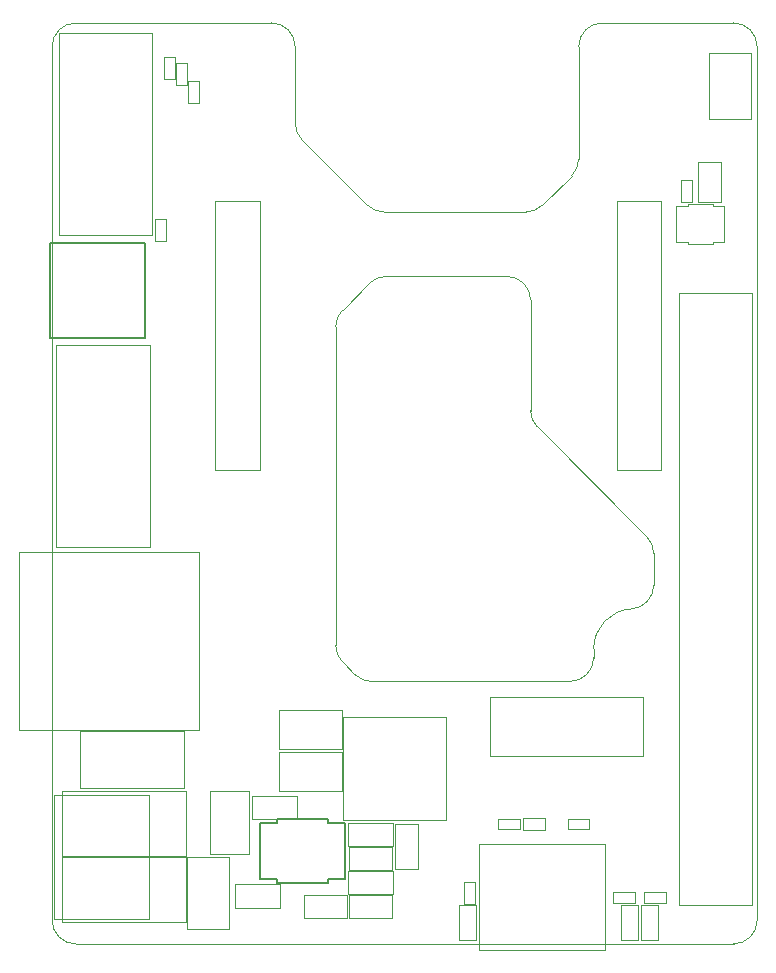
<source format=gbr>
G04 #@! TF.GenerationSoftware,KiCad,Pcbnew,9.0.3*
G04 #@! TF.CreationDate,2026-01-20T17:42:20+01:00*
G04 #@! TF.ProjectId,CM5IO,434d3549-4f2e-46b6-9963-61645f706362,rev?*
G04 #@! TF.SameCoordinates,Original*
G04 #@! TF.FileFunction,Other,User*
%FSLAX46Y46*%
G04 Gerber Fmt 4.6, Leading zero omitted, Abs format (unit mm)*
G04 Created by KiCad (PCBNEW 9.0.3) date 2026-01-20 17:42:20*
%MOMM*%
%LPD*%
G01*
G04 APERTURE LIST*
%ADD10C,0.050000*%
%ADD11C,0.152400*%
%ADD12C,0.120000*%
G04 #@! TA.AperFunction,Profile*
%ADD13C,0.050000*%
G04 #@! TD*
G04 APERTURE END LIST*
D10*
X200932000Y-80286000D02*
X202892000Y-80286000D01*
X200932000Y-83686000D02*
X200932000Y-80286000D01*
X202892000Y-80286000D02*
X202892000Y-83686000D01*
X202892000Y-83686000D02*
X200932000Y-83686000D01*
X154970000Y-85140000D02*
X155890000Y-85140000D01*
X154970000Y-86960000D02*
X154970000Y-85140000D01*
X155890000Y-85140000D02*
X155890000Y-86960000D01*
X155890000Y-86960000D02*
X154970000Y-86960000D01*
X146654000Y-95788000D02*
X146654000Y-112888000D01*
X146654000Y-112888000D02*
X154554000Y-112888000D01*
X154554000Y-95788000D02*
X146654000Y-95788000D01*
X154554000Y-112888000D02*
X154554000Y-95788000D01*
X146850000Y-69372000D02*
X146850000Y-86472000D01*
X146850000Y-86472000D02*
X154750000Y-86472000D01*
X154750000Y-69372000D02*
X146850000Y-69372000D01*
X154750000Y-86472000D02*
X154750000Y-69372000D01*
X199350000Y-91362000D02*
X199350000Y-143212000D01*
X199350000Y-143212000D02*
X205500000Y-143212000D01*
X205500000Y-91362000D02*
X199350000Y-91362000D01*
X205500000Y-143212000D02*
X205500000Y-91362000D01*
X182441000Y-138033000D02*
X193081000Y-138033000D01*
X193081000Y-146973000D01*
X182441000Y-146973000D01*
X182441000Y-138033000D01*
D11*
X146095500Y-87188801D02*
X146095500Y-95200199D01*
X146095500Y-95200199D02*
X154190599Y-95200199D01*
X154190599Y-87188801D02*
X146095500Y-87188801D01*
X154190599Y-95200199D02*
X154190599Y-87188801D01*
D10*
X156738000Y-71912000D02*
X157678000Y-71912000D01*
X156738000Y-73772000D02*
X156738000Y-71912000D01*
X157678000Y-71912000D02*
X157678000Y-73772000D01*
X157678000Y-73772000D02*
X156738000Y-73772000D01*
X155722000Y-71404000D02*
X156662000Y-71404000D01*
X155722000Y-73264000D02*
X155722000Y-71404000D01*
X156662000Y-71404000D02*
X156662000Y-73264000D01*
X156662000Y-73264000D02*
X155722000Y-73264000D01*
X157754000Y-73436000D02*
X158694000Y-73436000D01*
X157754000Y-75296000D02*
X157754000Y-73436000D01*
X158694000Y-73436000D02*
X158694000Y-75296000D01*
X158694000Y-75296000D02*
X157754000Y-75296000D01*
X186123000Y-135872000D02*
X187983000Y-135872000D01*
X186123000Y-136812000D02*
X186123000Y-135872000D01*
X187983000Y-135872000D02*
X187983000Y-136812000D01*
X187983000Y-136812000D02*
X186123000Y-136812000D01*
X163225500Y-133965000D02*
X166985500Y-133965000D01*
X163225500Y-135925000D02*
X163225500Y-133965000D01*
X166985500Y-133965000D02*
X166985500Y-135925000D01*
X166985500Y-135925000D02*
X163225500Y-135925000D01*
X143462000Y-113348000D02*
X158762000Y-113348000D01*
X143462000Y-128348000D02*
X143462000Y-113348000D01*
X158762000Y-113348000D02*
X158762000Y-128348000D01*
X158762000Y-128348000D02*
X143462000Y-128348000D01*
X148617000Y-128481000D02*
X157417000Y-128481000D01*
X148617000Y-133281000D02*
X148617000Y-128481000D01*
X157417000Y-128481000D02*
X157417000Y-133281000D01*
X157417000Y-133281000D02*
X148617000Y-133281000D01*
X180735000Y-143244000D02*
X182195000Y-143244000D01*
X180735000Y-146204000D02*
X180735000Y-143244000D01*
X182195000Y-143244000D02*
X182195000Y-146204000D01*
X182195000Y-146204000D02*
X180735000Y-146204000D01*
X170915500Y-127293000D02*
X179615500Y-127293000D01*
X170915500Y-135993000D02*
X170915500Y-127293000D01*
X170915500Y-135993000D02*
X179615500Y-135993000D01*
X179615500Y-135993000D02*
X179615500Y-127293000D01*
X147132000Y-133592000D02*
X147132000Y-139092000D01*
X147132000Y-139092000D02*
X157632000Y-139092000D01*
X157632000Y-133592000D02*
X147132000Y-133592000D01*
X157632000Y-139092000D02*
X157632000Y-133592000D01*
X189953000Y-135882000D02*
X191773000Y-135882000D01*
X189953000Y-136802000D02*
X189953000Y-135882000D01*
X191773000Y-135882000D02*
X191773000Y-136802000D01*
X191773000Y-136802000D02*
X189953000Y-136802000D01*
X147132000Y-139180000D02*
X147132000Y-144680000D01*
X147132000Y-144680000D02*
X157632000Y-144680000D01*
X157632000Y-139180000D02*
X147132000Y-139180000D01*
X157632000Y-144680000D02*
X157632000Y-139180000D01*
X161805000Y-141458000D02*
X165565000Y-141458000D01*
X161805000Y-143418000D02*
X161805000Y-141458000D01*
X165565000Y-141458000D02*
X165565000Y-143418000D01*
X165565000Y-143418000D02*
X161805000Y-143418000D01*
X171353500Y-136251000D02*
X175113500Y-136251000D01*
X171353500Y-138211000D02*
X171353500Y-136251000D01*
X175113500Y-136251000D02*
X175113500Y-138211000D01*
X175113500Y-138211000D02*
X171353500Y-138211000D01*
X167573500Y-142377000D02*
X171273500Y-142377000D01*
X167573500Y-144277000D02*
X167573500Y-142377000D01*
X171273500Y-142377000D02*
X171273500Y-144277000D01*
X171273500Y-144277000D02*
X167573500Y-144277000D01*
X171383500Y-138313000D02*
X175083500Y-138313000D01*
X171383500Y-140213000D02*
X171383500Y-138313000D01*
X175083500Y-138313000D02*
X175083500Y-140213000D01*
X175083500Y-140213000D02*
X171383500Y-140213000D01*
X171383500Y-142377000D02*
X175083500Y-142377000D01*
X171383500Y-144277000D02*
X171383500Y-142377000D01*
X175083500Y-142377000D02*
X175083500Y-144277000D01*
X175083500Y-144277000D02*
X171383500Y-144277000D01*
X165513500Y-126691000D02*
X170793500Y-126691000D01*
X165513500Y-129991000D02*
X165513500Y-126691000D01*
X170793500Y-126691000D02*
X170793500Y-129991000D01*
X170793500Y-129991000D02*
X165513500Y-129991000D01*
X171353500Y-140315000D02*
X175113500Y-140315000D01*
X171353500Y-142275000D02*
X171353500Y-140315000D01*
X175113500Y-140315000D02*
X175113500Y-142275000D01*
X175113500Y-142275000D02*
X171353500Y-142275000D01*
X181122000Y-141254000D02*
X182062000Y-141254000D01*
X181122000Y-143114000D02*
X181122000Y-141254000D01*
X182062000Y-141254000D02*
X182062000Y-143114000D01*
X182062000Y-143114000D02*
X181122000Y-143114000D01*
X159645500Y-133575000D02*
X162945500Y-133575000D01*
X159645500Y-138855000D02*
X159645500Y-133575000D01*
X162945500Y-133575000D02*
X162945500Y-138855000D01*
X162945500Y-138855000D02*
X159645500Y-138855000D01*
X184071000Y-135882000D02*
X185891000Y-135882000D01*
X184071000Y-136802000D02*
X184071000Y-135882000D01*
X185891000Y-135882000D02*
X185891000Y-136802000D01*
X185891000Y-136802000D02*
X184071000Y-136802000D01*
X199537000Y-81818000D02*
X200477000Y-81818000D01*
X199537000Y-83678000D02*
X199537000Y-81818000D01*
X200477000Y-81818000D02*
X200477000Y-83678000D01*
X200477000Y-83678000D02*
X199537000Y-83678000D01*
X183347000Y-125587000D02*
X183347000Y-130587000D01*
X183347000Y-130587000D02*
X196347000Y-130587000D01*
X196347000Y-125587000D02*
X183347000Y-125587000D01*
X196347000Y-130587000D02*
X196347000Y-125587000D01*
X201890000Y-71058000D02*
X205490000Y-71058000D01*
X201890000Y-76658000D02*
X201890000Y-71058000D01*
X205490000Y-71058000D02*
X205490000Y-76658000D01*
X205490000Y-76658000D02*
X201890000Y-76658000D01*
X165513500Y-130247000D02*
X170793500Y-130247000D01*
X165513500Y-133547000D02*
X165513500Y-130247000D01*
X170793500Y-130247000D02*
X170793500Y-133547000D01*
X170793500Y-133547000D02*
X165513500Y-133547000D01*
X175301500Y-136367000D02*
X177261500Y-136367000D01*
X175301500Y-140127000D02*
X175301500Y-136367000D01*
X177261500Y-136367000D02*
X177261500Y-140127000D01*
X177261500Y-140127000D02*
X175301500Y-140127000D01*
X199100000Y-84042000D02*
X200100000Y-84042000D01*
X199100000Y-87042000D02*
X199100000Y-84042000D01*
X200100000Y-83842000D02*
X202200000Y-83842000D01*
X200100000Y-84042000D02*
X200100000Y-83842000D01*
X200100000Y-87042000D02*
X199100000Y-87042000D01*
X200100000Y-87242000D02*
X200100000Y-87042000D01*
X202200000Y-83842000D02*
X202200000Y-84042000D01*
X202200000Y-84042000D02*
X203200000Y-84042000D01*
X202200000Y-87042000D02*
X202200000Y-87242000D01*
X202200000Y-87242000D02*
X200100000Y-87242000D01*
X203200000Y-84042000D02*
X203200000Y-87042000D01*
X203200000Y-87042000D02*
X202200000Y-87042000D01*
D12*
X160110000Y-83600000D02*
X163890000Y-83600000D01*
X160110000Y-106400000D02*
X160110000Y-83600000D01*
X163890000Y-83600000D02*
X163890000Y-106400000D01*
X163890000Y-106400000D02*
X160110000Y-106400000D01*
X194110000Y-83600000D02*
X197810000Y-83600000D01*
X194110000Y-106400000D02*
X194110000Y-83600000D01*
X197810000Y-83600000D02*
X197810000Y-106400000D01*
X197810000Y-106400000D02*
X194110000Y-106400000D01*
D10*
X194451000Y-143244000D02*
X195911000Y-143244000D01*
X194451000Y-146204000D02*
X194451000Y-143244000D01*
X195911000Y-143244000D02*
X195911000Y-146204000D01*
X195911000Y-146204000D02*
X194451000Y-146204000D01*
X196102000Y-143244000D02*
X197562000Y-143244000D01*
X196102000Y-146204000D02*
X196102000Y-143244000D01*
X197562000Y-143244000D02*
X197562000Y-146204000D01*
X197562000Y-146204000D02*
X196102000Y-146204000D01*
D11*
X163886300Y-136240400D02*
X165308700Y-136240400D01*
X163886300Y-141015600D02*
X163886300Y-136240400D01*
X163886300Y-141015600D02*
X165308700Y-141015600D01*
X165308700Y-135922900D02*
X169677500Y-135922900D01*
X165308700Y-136240400D02*
X165308700Y-135922900D01*
X165308700Y-141333100D02*
X165308700Y-141015600D01*
X169677500Y-135922900D02*
X169677500Y-136240400D01*
X169677500Y-141015600D02*
X169677500Y-141333100D01*
X169677500Y-141333100D02*
X165308700Y-141333100D01*
X171099900Y-136240400D02*
X169677500Y-136240400D01*
X171099900Y-136240400D02*
X171099900Y-141015600D01*
X171099900Y-141015600D02*
X169677500Y-141015600D01*
D10*
X157724000Y-139144000D02*
X157724000Y-145234000D01*
X157724000Y-145234000D02*
X161264000Y-145234000D01*
X161264000Y-139144000D02*
X157724000Y-139144000D01*
X161264000Y-145234000D02*
X161264000Y-139144000D01*
X196410000Y-142095000D02*
X198270000Y-142095000D01*
X196410000Y-143035000D02*
X196410000Y-142095000D01*
X198270000Y-142095000D02*
X198270000Y-143035000D01*
X198270000Y-143035000D02*
X196410000Y-143035000D01*
X193743000Y-142095000D02*
X195603000Y-142095000D01*
X193743000Y-143035000D02*
X193743000Y-142095000D01*
X195603000Y-142095000D02*
X195603000Y-143035000D01*
X195603000Y-143035000D02*
X193743000Y-143035000D01*
X146477000Y-144386000D02*
X146477000Y-133886000D01*
X146477000Y-144386000D02*
X154477000Y-144386000D01*
X154477000Y-133886000D02*
X146477000Y-133886000D01*
X154477000Y-133886000D02*
X154477000Y-144386000D01*
D13*
X170288978Y-121225633D02*
X170289000Y-94244427D01*
X173340373Y-124277000D02*
G75*
G02*
X171926143Y-123691229I-73J1999900D01*
G01*
X164860000Y-68524000D02*
G75*
G02*
X166860000Y-70524000I0J-2000000D01*
G01*
X170289000Y-94244427D02*
G75*
G02*
X170874773Y-92830199I2000000J27D01*
G01*
X190863000Y-80046323D02*
G75*
G02*
X190277223Y-81460545I-2000100J23D01*
G01*
X174546427Y-89987000D02*
X184799000Y-89987000D01*
X197213000Y-113421427D02*
X197213000Y-116141816D01*
X205976000Y-70524000D02*
X205976000Y-144502000D01*
X174387677Y-84526000D02*
G75*
G02*
X172973455Y-83940223I23J2000100D01*
G01*
X167445787Y-78412537D02*
G75*
G02*
X166859984Y-76998323I1414213J1414237D01*
G01*
X187384787Y-102764787D02*
X196627214Y-112007214D01*
X146286000Y-70524000D02*
G75*
G02*
X148286000Y-68524000I2000000J0D01*
G01*
X187797537Y-83940213D02*
X190277214Y-81460536D01*
X192133000Y-121500001D02*
G75*
G02*
X195370953Y-118135383I3369900J-2699D01*
G01*
X146286000Y-144502000D02*
X146286000Y-70524000D01*
X148286000Y-68524000D02*
X164860000Y-68524000D01*
X148286000Y-146502000D02*
G75*
G02*
X146286000Y-144502000I0J2000000D01*
G01*
X196627214Y-112007214D02*
G75*
G02*
X197213022Y-113421427I-1414314J-1414286D01*
G01*
X197212290Y-116141816D02*
G75*
G02*
X195371779Y-118135421I-1999990J16D01*
G01*
X192133000Y-122277000D02*
G75*
G02*
X190133000Y-124277000I-2000000J0D01*
G01*
X187384787Y-102764787D02*
G75*
G02*
X186798978Y-101350573I1414313J1414287D01*
G01*
X167445787Y-78412537D02*
X172973464Y-83940214D01*
X205976000Y-144502000D02*
G75*
G02*
X203976000Y-146502000I-2000000J0D01*
G01*
X170874786Y-122639846D02*
G75*
G02*
X170288977Y-121225633I1414214J1414246D01*
G01*
X184799000Y-89987000D02*
G75*
G02*
X186799000Y-91987000I0J-2000000D01*
G01*
X166860000Y-70524000D02*
X166860000Y-76998323D01*
X190863000Y-70524000D02*
G75*
G02*
X192863000Y-68524000I2000000J0D01*
G01*
X190133000Y-124277000D02*
X173340373Y-124277000D01*
X203976000Y-68524000D02*
G75*
G02*
X205976000Y-70524000I0J-2000000D01*
G01*
X203976000Y-146502000D02*
X148286000Y-146502000D01*
X190863000Y-80046323D02*
X190863000Y-70524000D01*
X174387677Y-84526000D02*
X186383323Y-84526000D01*
X186799000Y-91987000D02*
X186799000Y-101350573D01*
X171925713Y-123691213D02*
X170874786Y-122640286D01*
X192133000Y-121500001D02*
X192133000Y-122277000D01*
X170874787Y-92830213D02*
X173132214Y-90572786D01*
X192863000Y-68524000D02*
X203976000Y-68524000D01*
X187797537Y-83940213D02*
G75*
G02*
X186383323Y-84526016I-1414237J1414213D01*
G01*
X173132214Y-90572786D02*
G75*
G02*
X174546427Y-89987019I1414186J-1414214D01*
G01*
M02*

</source>
